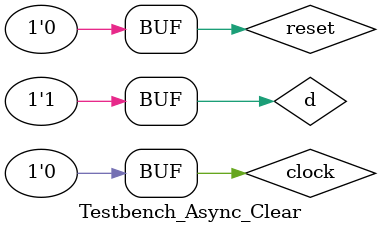
<source format=v>
module DFlipFlop_Sync_Clear(d, not_clear, clock, q);
  input d, not_clear, clock;
  output  q;
  reg q;
  always @ (posedge clock)
    begin
      if(!not_clear)
        q <= 1'b0;
      else
        q <= d;
    end
endmodule

module DFlipFlop_Async_Clear(d, not_clear, clock, q);
  input d, not_clear, clock;
  output  q;
  reg q;
  always @ (negedge not_clear or posedge clock)
    begin
      if(!not_clear)
        q <= 1'b0;
      else
        q <= d;
    end
endmodule

module Testbench_Sync_Clear;
  reg d, reset, clock;
  wire  q;
  DFlipFlop_Sync_Clear dff1(d, reset, clock, q);
  initial
    begin
      #0  clock = 1'b0;
      repeat(10)
      #5 clock = ~clock;
    end
  initial
    begin
      $monitor($time, " D = %b, Reset = %b, Clock = %b, Q = %b.", d, reset, clock, q);
      #01 d = 1'b0; reset = 1'b0;
      #10 d = 1'b1; reset = 1'b1;
      #10 d = 1'b0; reset = 1'b1;
      #10 d = 1'b1; reset = 1'b0;
    end
endmodule

module Testbench_Async_Clear;
  reg d, reset, clock;
  wire  q;
  DFlipFlop_Async_Clear dff2(d, reset, clock, q);
  initial
    begin
      #0  clock = 1'b0;
      repeat(10)
      #5 clock = ~clock;
    end
  initial
    begin
      $monitor($time, " D = %b, Reset = %b, Clock = %b, Q = %b.", d, reset, clock, q);
      #01 d = 1'b0; reset = 1'b0;
      #10 d = 1'b1; reset = 1'b1;
      #10 d = 1'b0; reset = 1'b1;
      #10 d = 1'b1; reset = 1'b0;
    end
endmodule
</source>
